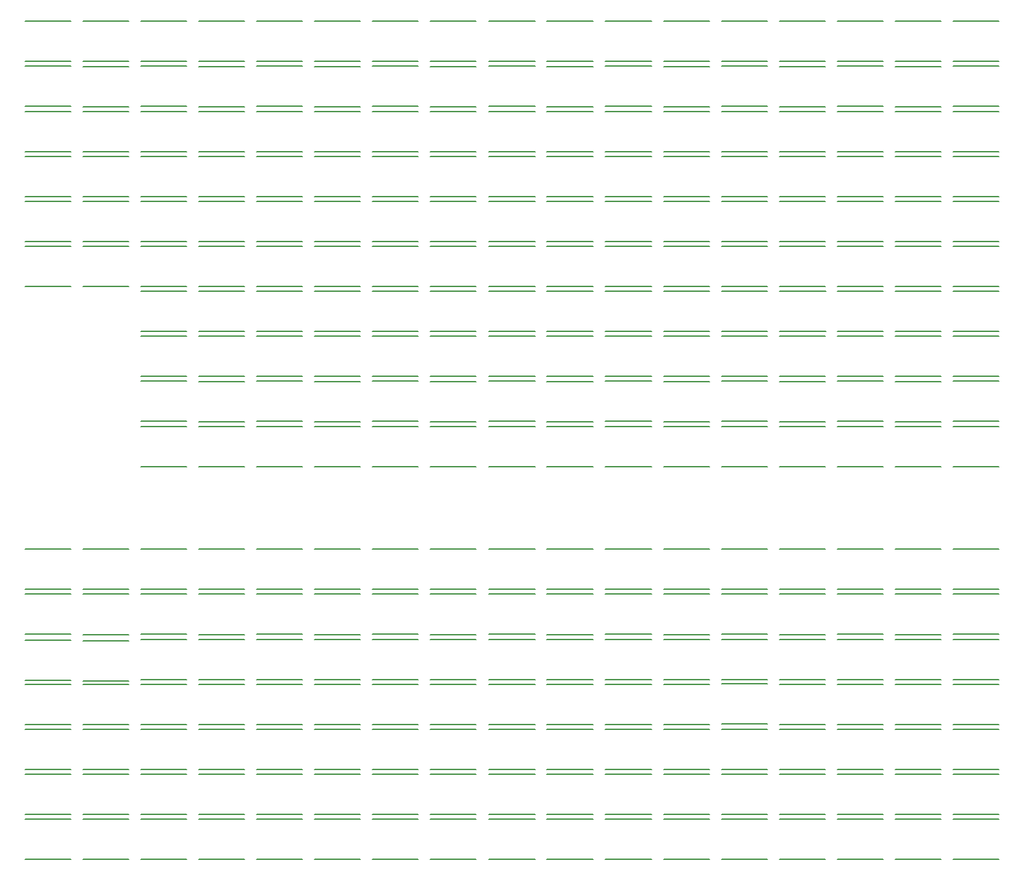
<source format=gbr>
G04 #@! TF.GenerationSoftware,KiCad,Pcbnew,(5.0.0)*
G04 #@! TF.CreationDate,2019-06-02T07:24:35-07:00*
G04 #@! TF.ProjectId,SSB Cap Board C1 - Rev2,5353422043617020426F617264204331,rev?*
G04 #@! TF.SameCoordinates,Original*
G04 #@! TF.FileFunction,Legend,Bot*
G04 #@! TF.FilePolarity,Positive*
%FSLAX46Y46*%
G04 Gerber Fmt 4.6, Leading zero omitted, Abs format (unit mm)*
G04 Created by KiCad (PCBNEW (5.0.0)) date 06/02/19 07:24:35*
%MOMM*%
%LPD*%
G01*
G04 APERTURE LIST*
%ADD10C,0.150000*%
G04 APERTURE END LIST*
D10*
G04 #@! TO.C,C452*
X4805000Y1595000D02*
X10505000Y1595000D01*
X4805000Y6595000D02*
X10505000Y6595000D01*
G04 #@! TO.C,C453*
X-9695000Y6595000D02*
X-3995000Y6595000D01*
X-9695000Y1595000D02*
X-3995000Y1595000D01*
G04 #@! TO.C,C454*
X17795000Y6605000D02*
X12095000Y6605000D01*
X17795000Y1605000D02*
X12095000Y1605000D01*
G04 #@! TO.C,C456*
X3295000Y6605000D02*
X-2405000Y6605000D01*
X3295000Y1605000D02*
X-2405000Y1605000D01*
G04 #@! TO.C,C446*
X60995000Y6605000D02*
X55295000Y6605000D01*
X60995000Y1605000D02*
X55295000Y1605000D01*
G04 #@! TO.C,C449*
X60995000Y7205000D02*
X55295000Y7205000D01*
X60995000Y12205000D02*
X55295000Y12205000D01*
G04 #@! TO.C,C451*
X60995000Y12805000D02*
X55295000Y12805000D01*
X60995000Y17805000D02*
X55295000Y17805000D01*
G04 #@! TO.C,C438*
X60995000Y23405000D02*
X55295000Y23405000D01*
X60995000Y18405000D02*
X55295000Y18405000D01*
G04 #@! TO.C,C410*
X3295000Y17805000D02*
X-2405000Y17805000D01*
X3295000Y12805000D02*
X-2405000Y12805000D01*
G04 #@! TO.C,C424*
X60995000Y35205000D02*
X55295000Y35205000D01*
X60995000Y40205000D02*
X55295000Y40205000D01*
G04 #@! TO.C,C411*
X60995000Y29005000D02*
X55295000Y29005000D01*
X60995000Y24005000D02*
X55295000Y24005000D01*
G04 #@! TO.C,C412*
X48105000Y17795000D02*
X53805000Y17795000D01*
X48105000Y12795000D02*
X53805000Y12795000D01*
G04 #@! TO.C,C413*
X4805000Y12795000D02*
X10505000Y12795000D01*
X4805000Y17795000D02*
X10505000Y17795000D01*
G04 #@! TO.C,C414*
X60995000Y50505000D02*
X55295000Y50505000D01*
X60995000Y55505000D02*
X55295000Y55505000D01*
G04 #@! TO.C,C415*
X60995000Y34605000D02*
X55295000Y34605000D01*
X60995000Y29605000D02*
X55295000Y29605000D01*
G04 #@! TO.C,C416*
X46595000Y12805000D02*
X40895000Y12805000D01*
X46595000Y17805000D02*
X40895000Y17805000D01*
G04 #@! TO.C,C417*
X17795000Y17805000D02*
X12095000Y17805000D01*
X17795000Y12805000D02*
X12095000Y12805000D01*
G04 #@! TO.C,C418*
X60995000Y56105000D02*
X55295000Y56105000D01*
X60995000Y61105000D02*
X55295000Y61105000D01*
G04 #@! TO.C,C419*
X60995000Y83505000D02*
X55295000Y83505000D01*
X60995000Y78505000D02*
X55295000Y78505000D01*
G04 #@! TO.C,C420*
X33705000Y17795000D02*
X39405000Y17795000D01*
X33705000Y12795000D02*
X39405000Y12795000D01*
G04 #@! TO.C,C421*
X32195000Y17805000D02*
X26495000Y17805000D01*
X32195000Y12805000D02*
X26495000Y12805000D01*
G04 #@! TO.C,C423*
X60995000Y61705000D02*
X55295000Y61705000D01*
X60995000Y66705000D02*
X55295000Y66705000D01*
G04 #@! TO.C,C426*
X60995000Y84105000D02*
X55295000Y84105000D01*
X60995000Y89105000D02*
X55295000Y89105000D01*
G04 #@! TO.C,C427*
X19305000Y12795000D02*
X25005000Y12795000D01*
X19305000Y17795000D02*
X25005000Y17795000D01*
G04 #@! TO.C,C428*
X60995000Y67305000D02*
X55295000Y67305000D01*
X60995000Y72305000D02*
X55295000Y72305000D01*
G04 #@! TO.C,C429*
X60995000Y94705000D02*
X55295000Y94705000D01*
X60995000Y89705000D02*
X55295000Y89705000D01*
G04 #@! TO.C,C432*
X60995000Y72905000D02*
X55295000Y72905000D01*
X60995000Y77905000D02*
X55295000Y77905000D01*
G04 #@! TO.C,C433*
X60995000Y100305000D02*
X55295000Y100305000D01*
X60995000Y95305000D02*
X55295000Y95305000D01*
G04 #@! TO.C,C405*
X60995000Y100905000D02*
X55295000Y100905000D01*
X60995000Y105905000D02*
X55295000Y105905000D01*
G04 #@! TO.C,C195*
X-40005000Y29605000D02*
X-45705000Y29605000D01*
X-40005000Y34605000D02*
X-45705000Y34605000D01*
G04 #@! TO.C,C369*
X3295000Y40205000D02*
X-2405000Y40205000D01*
X3295000Y35205000D02*
X-2405000Y35205000D01*
G04 #@! TO.C,C194*
X48105000Y89695000D02*
X53805000Y89695000D01*
X48105000Y94695000D02*
X53805000Y94695000D01*
G04 #@! TO.C,C193*
X48105000Y100295000D02*
X53805000Y100295000D01*
X48105000Y95295000D02*
X53805000Y95295000D01*
G04 #@! TO.C,C196*
X48105000Y105895000D02*
X53805000Y105895000D01*
X48105000Y100895000D02*
X53805000Y100895000D01*
G04 #@! TO.C,C197*
X-11205000Y29605000D02*
X-16905000Y29605000D01*
X-11205000Y34605000D02*
X-16905000Y34605000D01*
G04 #@! TO.C,C198*
X-38495000Y29595000D02*
X-32795000Y29595000D01*
X-38495000Y34595000D02*
X-32795000Y34595000D01*
G04 #@! TO.C,C199*
X48105000Y7195000D02*
X53805000Y7195000D01*
X48105000Y12195000D02*
X53805000Y12195000D01*
G04 #@! TO.C,C200*
X48105000Y34595000D02*
X53805000Y34595000D01*
X48105000Y29595000D02*
X53805000Y29595000D01*
G04 #@! TO.C,C191*
X-25605000Y29605000D02*
X-31305000Y29605000D01*
X-25605000Y34605000D02*
X-31305000Y34605000D01*
G04 #@! TO.C,C192*
X19305000Y34595000D02*
X25005000Y34595000D01*
X19305000Y29595000D02*
X25005000Y29595000D01*
G04 #@! TO.C,C394*
X-52895000Y29595000D02*
X-47195000Y29595000D01*
X-52895000Y34595000D02*
X-47195000Y34595000D01*
G04 #@! TO.C,C391*
X33705000Y23395000D02*
X39405000Y23395000D01*
X33705000Y18395000D02*
X39405000Y18395000D01*
G04 #@! TO.C,C393*
X-52895000Y23795000D02*
X-47195000Y23795000D01*
X-52895000Y28795000D02*
X-47195000Y28795000D01*
G04 #@! TO.C,C395*
X32195000Y18442000D02*
X26495000Y18442000D01*
X32195000Y23442000D02*
X26495000Y23442000D01*
G04 #@! TO.C,C396*
X-9695000Y34595000D02*
X-3995000Y34595000D01*
X-9695000Y29595000D02*
X-3995000Y29595000D01*
G04 #@! TO.C,C397*
X46595000Y29605000D02*
X40895000Y29605000D01*
X46595000Y34605000D02*
X40895000Y34605000D01*
G04 #@! TO.C,C398*
X3295000Y29605000D02*
X-2405000Y29605000D01*
X3295000Y34605000D02*
X-2405000Y34605000D01*
G04 #@! TO.C,C399*
X-52895000Y40195000D02*
X-47195000Y40195000D01*
X-52895000Y35195000D02*
X-47195000Y35195000D01*
G04 #@! TO.C,C400*
X32195000Y34605000D02*
X26495000Y34605000D01*
X32195000Y29605000D02*
X26495000Y29605000D01*
G04 #@! TO.C,C401*
X4805000Y34595000D02*
X10505000Y34595000D01*
X4805000Y29595000D02*
X10505000Y29595000D01*
G04 #@! TO.C,C402*
X17795000Y34605000D02*
X12095000Y34605000D01*
X17795000Y29605000D02*
X12095000Y29605000D01*
G04 #@! TO.C,C403*
X33705000Y34595000D02*
X39405000Y34595000D01*
X33705000Y29595000D02*
X39405000Y29595000D01*
G04 #@! TO.C,C404*
X-24095000Y34595000D02*
X-18395000Y34595000D01*
X-24095000Y29595000D02*
X-18395000Y29595000D01*
G04 #@! TO.C,C392*
X48105000Y23395000D02*
X53805000Y23395000D01*
X48105000Y18395000D02*
X53805000Y18395000D01*
G04 #@! TO.C,C342*
X32195000Y67305000D02*
X26495000Y67305000D01*
X32195000Y72305000D02*
X26495000Y72305000D01*
G04 #@! TO.C,C341*
X19305000Y12195000D02*
X25005000Y12195000D01*
X19305000Y7195000D02*
X25005000Y7195000D01*
G04 #@! TO.C,C339*
X33765000Y72295000D02*
X39465000Y72295000D01*
X33765000Y67295000D02*
X39465000Y67295000D01*
G04 #@! TO.C,C338*
X46595000Y12205000D02*
X40895000Y12205000D01*
X46595000Y7205000D02*
X40895000Y7205000D01*
G04 #@! TO.C,C337*
X-11205000Y17805000D02*
X-16905000Y17805000D01*
X-11205000Y12805000D02*
X-16905000Y12805000D01*
G04 #@! TO.C,C336*
X33705000Y94695000D02*
X39405000Y94695000D01*
X33705000Y89695000D02*
X39405000Y89695000D01*
G04 #@! TO.C,C335*
X19305000Y72295000D02*
X25005000Y72295000D01*
X19305000Y67295000D02*
X25005000Y67295000D01*
G04 #@! TO.C,C334*
X19305000Y105895000D02*
X25005000Y105895000D01*
X19305000Y100895000D02*
X25005000Y100895000D01*
G04 #@! TO.C,C376*
X33705000Y66695000D02*
X39405000Y66695000D01*
X33705000Y61695000D02*
X39405000Y61695000D01*
G04 #@! TO.C,C328*
X-54405000Y17805000D02*
X-60105000Y17805000D01*
X-54405000Y12805000D02*
X-60105000Y12805000D01*
G04 #@! TO.C,C327*
X-52895000Y95295000D02*
X-47195000Y95295000D01*
X-52895000Y100295000D02*
X-47195000Y100295000D01*
G04 #@! TO.C,C326*
X-9695000Y12795000D02*
X-3995000Y12795000D01*
X-9695000Y17795000D02*
X-3995000Y17795000D01*
G04 #@! TO.C,C325*
X19305000Y66695000D02*
X25005000Y66695000D01*
X19305000Y61695000D02*
X25005000Y61695000D01*
G04 #@! TO.C,C324*
X19305000Y100295000D02*
X25005000Y100295000D01*
X19305000Y95295000D02*
X25005000Y95295000D01*
G04 #@! TO.C,C323*
X32195000Y12205000D02*
X26495000Y12205000D01*
X32195000Y7205000D02*
X26495000Y7205000D01*
G04 #@! TO.C,C322*
X46595000Y56105000D02*
X40895000Y56105000D01*
X46595000Y61105000D02*
X40895000Y61105000D01*
G04 #@! TO.C,C321*
X33705000Y61095000D02*
X39405000Y61095000D01*
X33705000Y56095000D02*
X39405000Y56095000D01*
G04 #@! TO.C,C320*
X17795000Y23405000D02*
X12095000Y23405000D01*
X17795000Y18405000D02*
X12095000Y18405000D01*
G04 #@! TO.C,C319*
X-52895000Y89695000D02*
X-47195000Y89695000D01*
X-52895000Y94695000D02*
X-47195000Y94695000D01*
G04 #@! TO.C,C318*
X46595000Y77905000D02*
X40895000Y77905000D01*
X46595000Y72905000D02*
X40895000Y72905000D01*
G04 #@! TO.C,C317*
X33705000Y83495000D02*
X39405000Y83495000D01*
X33705000Y78495000D02*
X39405000Y78495000D01*
G04 #@! TO.C,C316*
X19305000Y61095000D02*
X25005000Y61095000D01*
X19305000Y56095000D02*
X25005000Y56095000D01*
G04 #@! TO.C,C331*
X19305000Y94695000D02*
X25005000Y94695000D01*
X19305000Y89695000D02*
X25005000Y89695000D01*
G04 #@! TO.C,C330*
X46595000Y50505000D02*
X40895000Y50505000D01*
X46595000Y55505000D02*
X40895000Y55505000D01*
G04 #@! TO.C,C329*
X-24095000Y100895000D02*
X-18395000Y100895000D01*
X-24095000Y105895000D02*
X-18395000Y105895000D01*
G04 #@! TO.C,C374*
X33705000Y55495000D02*
X39405000Y55495000D01*
X33705000Y50495000D02*
X39405000Y50495000D01*
G04 #@! TO.C,C373*
X3295000Y23405000D02*
X-2405000Y23405000D01*
X3295000Y18405000D02*
X-2405000Y18405000D01*
G04 #@! TO.C,C372*
X-52895000Y84095000D02*
X-47195000Y84095000D01*
X-52895000Y89095000D02*
X-47195000Y89095000D01*
G04 #@! TO.C,C371*
X4805000Y89695000D02*
X10505000Y89695000D01*
X4805000Y94695000D02*
X10505000Y94695000D01*
G04 #@! TO.C,C370*
X19305000Y40195000D02*
X25005000Y40195000D01*
X19305000Y35195000D02*
X25005000Y35195000D01*
G04 #@! TO.C,C368*
X-9695000Y100895000D02*
X-3995000Y100895000D01*
X-9695000Y105895000D02*
X-3995000Y105895000D01*
G04 #@! TO.C,C367*
X19305000Y55495000D02*
X25005000Y55495000D01*
X19305000Y50495000D02*
X25005000Y50495000D01*
G04 #@! TO.C,C366*
X19305000Y89095000D02*
X25005000Y89095000D01*
X19305000Y84095000D02*
X25005000Y84095000D01*
G04 #@! TO.C,C365*
X32195000Y35205000D02*
X26495000Y35205000D01*
X32195000Y40205000D02*
X26495000Y40205000D01*
G04 #@! TO.C,C364*
X-24095000Y95295000D02*
X-18395000Y95295000D01*
X-24095000Y100295000D02*
X-18395000Y100295000D01*
G04 #@! TO.C,C346*
X-11205000Y23405000D02*
X-16905000Y23405000D01*
X-11205000Y18405000D02*
X-16905000Y18405000D01*
G04 #@! TO.C,C344*
X-52895000Y78495000D02*
X-47195000Y78495000D01*
X-52895000Y83495000D02*
X-47195000Y83495000D01*
G04 #@! TO.C,C359*
X4805000Y84095000D02*
X10505000Y84095000D01*
X4805000Y89095000D02*
X10505000Y89095000D01*
G04 #@! TO.C,C358*
X3295000Y55505000D02*
X-2405000Y55505000D01*
X3295000Y50505000D02*
X-2405000Y50505000D01*
G04 #@! TO.C,C357*
X-9695000Y95295000D02*
X-3995000Y95295000D01*
X-9695000Y100295000D02*
X-3995000Y100295000D01*
G04 #@! TO.C,C356*
X33705000Y77895000D02*
X39405000Y77895000D01*
X33705000Y72895000D02*
X39405000Y72895000D01*
G04 #@! TO.C,C355*
X32195000Y78505000D02*
X26495000Y78505000D01*
X32195000Y83505000D02*
X26495000Y83505000D01*
G04 #@! TO.C,C354*
X19305000Y83495000D02*
X25005000Y83495000D01*
X19305000Y78495000D02*
X25005000Y78495000D01*
G04 #@! TO.C,C353*
X32195000Y50505000D02*
X26495000Y50505000D01*
X32195000Y55505000D02*
X26495000Y55505000D01*
G04 #@! TO.C,C352*
X-24095000Y89695000D02*
X-18395000Y89695000D01*
X-24095000Y94695000D02*
X-18395000Y94695000D01*
G04 #@! TO.C,C351*
X33705000Y40195000D02*
X39405000Y40195000D01*
X33705000Y35195000D02*
X39405000Y35195000D01*
G04 #@! TO.C,C350*
X-25605000Y23405000D02*
X-31305000Y23405000D01*
X-25605000Y18405000D02*
X-31305000Y18405000D01*
G04 #@! TO.C,C349*
X-52895000Y72895000D02*
X-47195000Y72895000D01*
X-52895000Y77895000D02*
X-47195000Y77895000D01*
G04 #@! TO.C,C348*
X4805000Y78495000D02*
X10505000Y78495000D01*
X4805000Y83495000D02*
X10505000Y83495000D01*
G04 #@! TO.C,C347*
X3295000Y61105000D02*
X-2405000Y61105000D01*
X3295000Y56105000D02*
X-2405000Y56105000D01*
G04 #@! TO.C,C362*
X-9695000Y89695000D02*
X-3995000Y89695000D01*
X-9695000Y94695000D02*
X-3995000Y94695000D01*
G04 #@! TO.C,C361*
X-11205000Y40205000D02*
X-16905000Y40205000D01*
X-11205000Y35205000D02*
X-16905000Y35205000D01*
G04 #@! TO.C,C360*
X33705000Y12195000D02*
X39405000Y12195000D01*
X33705000Y7195000D02*
X39405000Y7195000D01*
G04 #@! TO.C,C279*
X-54405000Y105905000D02*
X-60105000Y105905000D01*
X-54405000Y100905000D02*
X-60105000Y100905000D01*
G04 #@! TO.C,C278*
X4805000Y72895000D02*
X10505000Y72895000D01*
X4805000Y77895000D02*
X10505000Y77895000D01*
G04 #@! TO.C,C277*
X-9695000Y78495000D02*
X-3995000Y78495000D01*
X-9695000Y83495000D02*
X-3995000Y83495000D01*
G04 #@! TO.C,C276*
X4805000Y100895000D02*
X10505000Y100895000D01*
X4805000Y105895000D02*
X10505000Y105895000D01*
G04 #@! TO.C,C274*
X46595000Y89105000D02*
X40895000Y89105000D01*
X46595000Y84105000D02*
X40895000Y84105000D01*
G04 #@! TO.C,C272*
X19305000Y18395000D02*
X25005000Y18395000D01*
X19305000Y23395000D02*
X25005000Y23395000D01*
G04 #@! TO.C,C271*
X4805000Y56095000D02*
X10505000Y56095000D01*
X4805000Y61095000D02*
X10505000Y61095000D01*
G04 #@! TO.C,C270*
X3295000Y83505000D02*
X-2405000Y83505000D01*
X3295000Y78505000D02*
X-2405000Y78505000D01*
G04 #@! TO.C,C269*
X-9695000Y67295000D02*
X-3995000Y67295000D01*
X-9695000Y72295000D02*
X-3995000Y72295000D01*
G04 #@! TO.C,C315*
X-11205000Y72305000D02*
X-16905000Y72305000D01*
X-11205000Y67305000D02*
X-16905000Y67305000D01*
G04 #@! TO.C,C267*
X-52895000Y100895000D02*
X-47195000Y100895000D01*
X-52895000Y105895000D02*
X-47195000Y105895000D01*
G04 #@! TO.C,C312*
X3295000Y105905000D02*
X-2405000Y105905000D01*
X3295000Y100905000D02*
X-2405000Y100905000D01*
G04 #@! TO.C,C263*
X-11205000Y83505000D02*
X-16905000Y83505000D01*
X-11205000Y78505000D02*
X-16905000Y78505000D01*
G04 #@! TO.C,C256*
X46595000Y72305000D02*
X40895000Y72305000D01*
X46595000Y67305000D02*
X40895000Y67305000D01*
G04 #@! TO.C,C255*
X-24095000Y12795000D02*
X-18395000Y12795000D01*
X-24095000Y17795000D02*
X-18395000Y17795000D01*
G04 #@! TO.C,C254*
X3295000Y100305000D02*
X-2405000Y100305000D01*
X3295000Y95305000D02*
X-2405000Y95305000D01*
G04 #@! TO.C,C253*
X-9695000Y50495000D02*
X-3995000Y50495000D01*
X-9695000Y55495000D02*
X-3995000Y55495000D01*
G04 #@! TO.C,C268*
X-11205000Y89105000D02*
X-16905000Y89105000D01*
X-11205000Y84105000D02*
X-16905000Y84105000D01*
G04 #@! TO.C,C266*
X19305000Y23995000D02*
X25005000Y23995000D01*
X19305000Y28995000D02*
X25005000Y28995000D01*
G04 #@! TO.C,C307*
X-9695000Y7195000D02*
X-3995000Y7195000D01*
X-9695000Y12195000D02*
X-3995000Y12195000D01*
G04 #@! TO.C,C306*
X-9695000Y35195000D02*
X-3995000Y35195000D01*
X-9695000Y40195000D02*
X-3995000Y40195000D01*
G04 #@! TO.C,C305*
X-11205000Y94705000D02*
X-16905000Y94705000D01*
X-11205000Y89705000D02*
X-16905000Y89705000D01*
G04 #@! TO.C,C303*
X-24095000Y1595000D02*
X-18395000Y1595000D01*
X-24095000Y6595000D02*
X-18395000Y6595000D01*
G04 #@! TO.C,C301*
X32195000Y29005000D02*
X26495000Y29005000D01*
X32195000Y24005000D02*
X26495000Y24005000D01*
G04 #@! TO.C,C297*
X46595000Y83505000D02*
X40895000Y83505000D01*
X46595000Y78505000D02*
X40895000Y78505000D01*
G04 #@! TO.C,C280*
X-11205000Y100305000D02*
X-16905000Y100305000D01*
X-11205000Y95305000D02*
X-16905000Y95305000D01*
G04 #@! TO.C,C293*
X46595000Y29005000D02*
X40895000Y29005000D01*
X46595000Y24005000D02*
X40895000Y24005000D01*
G04 #@! TO.C,C290*
X4805000Y95295000D02*
X10505000Y95295000D01*
X4805000Y100295000D02*
X10505000Y100295000D01*
G04 #@! TO.C,C288*
X-11205000Y105905000D02*
X-16905000Y105905000D01*
X-11205000Y100905000D02*
X-16905000Y100905000D01*
G04 #@! TO.C,C281*
X-38495000Y12795000D02*
X-32795000Y12795000D01*
X-38495000Y17795000D02*
X-32795000Y17795000D01*
G04 #@! TO.C,C296*
X19305000Y1595000D02*
X25005000Y1595000D01*
X19305000Y6595000D02*
X25005000Y6595000D01*
G04 #@! TO.C,C375*
X-52895000Y12795000D02*
X-47195000Y12795000D01*
X-52895000Y17795000D02*
X-47195000Y17795000D01*
G04 #@! TO.C,C389*
X46595000Y6605000D02*
X40895000Y6605000D01*
X46595000Y1605000D02*
X40895000Y1605000D01*
G04 #@! TO.C,C387*
X-54405000Y34605000D02*
X-60105000Y34605000D01*
X-54405000Y29605000D02*
X-60105000Y29605000D01*
G04 #@! TO.C,C386*
X-54405000Y28905000D02*
X-60105000Y28905000D01*
X-54405000Y23905000D02*
X-60105000Y23905000D01*
G04 #@! TO.C,C382*
X-54405000Y40205000D02*
X-60105000Y40205000D01*
X-54405000Y35205000D02*
X-60105000Y35205000D01*
G04 #@! TO.C,C378*
X-40005000Y17805000D02*
X-45705000Y17805000D01*
X-40005000Y12805000D02*
X-45705000Y12805000D01*
G04 #@! TO.C,C91*
X-40005000Y29005000D02*
X-45705000Y29005000D01*
X-40005000Y24005000D02*
X-45705000Y24005000D01*
G04 #@! TO.C,C89*
X-24095000Y23995000D02*
X-18395000Y23995000D01*
X-24095000Y28995000D02*
X-18395000Y28995000D01*
G04 #@! TO.C,C69*
X17795000Y89105000D02*
X12095000Y89105000D01*
X17795000Y84105000D02*
X12095000Y84105000D01*
G04 #@! TO.C,C68*
X48105000Y84095000D02*
X53805000Y84095000D01*
X48105000Y89095000D02*
X53805000Y89095000D01*
G04 #@! TO.C,C67*
X46595000Y89705000D02*
X40895000Y89705000D01*
X46595000Y94705000D02*
X40895000Y94705000D01*
G04 #@! TO.C,C66*
X-24095000Y66695000D02*
X-18395000Y66695000D01*
X-24095000Y61695000D02*
X-18395000Y61695000D01*
G04 #@! TO.C,C65*
X17795000Y40205000D02*
X12095000Y40205000D01*
X17795000Y35205000D02*
X12095000Y35205000D01*
G04 #@! TO.C,C252*
X48105000Y56095000D02*
X53805000Y56095000D01*
X48105000Y61095000D02*
X53805000Y61095000D01*
G04 #@! TO.C,C79*
X-25605000Y40205000D02*
X-31305000Y40205000D01*
X-25605000Y35205000D02*
X-31305000Y35205000D01*
G04 #@! TO.C,C124*
X-40005000Y40205000D02*
X-45705000Y40205000D01*
X-40005000Y35205000D02*
X-45705000Y35205000D01*
G04 #@! TO.C,C123*
X-38495000Y89695000D02*
X-32795000Y89695000D01*
X-38495000Y94695000D02*
X-32795000Y94695000D01*
G04 #@! TO.C,C122*
X46595000Y66705000D02*
X40895000Y66705000D01*
X46595000Y61705000D02*
X40895000Y61705000D01*
G04 #@! TO.C,C121*
X17795000Y105915470D02*
X12095000Y105915470D01*
X17795000Y100915470D02*
X12095000Y100915470D01*
G04 #@! TO.C,C120*
X-40005000Y6605000D02*
X-45705000Y6605000D01*
X-40005000Y1605000D02*
X-45705000Y1605000D01*
G04 #@! TO.C,C118*
X-54405000Y23405000D02*
X-60105000Y23405000D01*
X-54405000Y18405000D02*
X-60105000Y18405000D01*
G04 #@! TO.C,C117*
X-25605000Y94705000D02*
X-31305000Y94705000D01*
X-25605000Y89705000D02*
X-31305000Y89705000D01*
G04 #@! TO.C,C116*
X-25605000Y55505000D02*
X-31305000Y55505000D01*
X-25605000Y50505000D02*
X-31305000Y50505000D01*
G04 #@! TO.C,C115*
X-40005000Y55505000D02*
X-45705000Y55505000D01*
X-40005000Y50505000D02*
X-45705000Y50505000D01*
G04 #@! TO.C,C114*
X-38495000Y84095000D02*
X-32795000Y84095000D01*
X-38495000Y89095000D02*
X-32795000Y89095000D01*
G04 #@! TO.C,C112*
X-25605000Y83505000D02*
X-31305000Y83505000D01*
X-25605000Y78505000D02*
X-31305000Y78505000D01*
G04 #@! TO.C,C111*
X-40005000Y83505000D02*
X-45705000Y83505000D01*
X-40005000Y78505000D02*
X-45705000Y78505000D01*
G04 #@! TO.C,C159*
X-38495000Y56095000D02*
X-32795000Y56095000D01*
X-38495000Y61095000D02*
X-32795000Y61095000D01*
G04 #@! TO.C,C109*
X17795000Y77905000D02*
X12095000Y77905000D01*
X17795000Y72905000D02*
X12095000Y72905000D01*
G04 #@! TO.C,C107*
X-24095000Y61095000D02*
X-18395000Y61095000D01*
X-24095000Y56095000D02*
X-18395000Y56095000D01*
G04 #@! TO.C,C104*
X-24095000Y40195000D02*
X-18395000Y40195000D01*
X-24095000Y35195000D02*
X-18395000Y35195000D01*
G04 #@! TO.C,C103*
X-25605000Y105905000D02*
X-31305000Y105905000D01*
X-25605000Y100905000D02*
X-31305000Y100905000D01*
G04 #@! TO.C,C102*
X-25605000Y66705000D02*
X-31305000Y66705000D01*
X-25605000Y61705000D02*
X-31305000Y61705000D01*
G04 #@! TO.C,C101*
X-40005000Y66705000D02*
X-45705000Y66705000D01*
X-40005000Y61705000D02*
X-45705000Y61705000D01*
G04 #@! TO.C,C100*
X-38495000Y72895000D02*
X-32795000Y72895000D01*
X-38495000Y77895000D02*
X-32795000Y77895000D01*
G04 #@! TO.C,C99*
X17795000Y61105000D02*
X12095000Y61105000D01*
X17795000Y56105000D02*
X12095000Y56105000D01*
G04 #@! TO.C,C98*
X-40005000Y105905000D02*
X-45705000Y105905000D01*
X-40005000Y100905000D02*
X-45705000Y100905000D01*
G04 #@! TO.C,C97*
X-38495000Y1595000D02*
X-32795000Y1595000D01*
X-38495000Y6595000D02*
X-32795000Y6595000D01*
G04 #@! TO.C,C95*
X46595000Y23405000D02*
X40895000Y23405000D01*
X46595000Y18405000D02*
X40895000Y18405000D01*
G04 #@! TO.C,C110*
X-25605000Y6605000D02*
X-31305000Y6605000D01*
X-25605000Y1605000D02*
X-31305000Y1605000D01*
G04 #@! TO.C,C29*
X-11205000Y12205000D02*
X-16905000Y12205000D01*
X-11205000Y7205000D02*
X-16905000Y7205000D01*
G04 #@! TO.C,C28*
X-24095000Y72295000D02*
X-18395000Y72295000D01*
X-24095000Y67295000D02*
X-18395000Y67295000D01*
G04 #@! TO.C,C27*
X-38495000Y105895000D02*
X-32795000Y105895000D01*
X-38495000Y100895000D02*
X-32795000Y100895000D01*
G04 #@! TO.C,C26*
X46595000Y100305000D02*
X40895000Y100305000D01*
X46595000Y95305000D02*
X40895000Y95305000D01*
G04 #@! TO.C,C25*
X48105000Y50495000D02*
X53805000Y50495000D01*
X48105000Y55495000D02*
X53805000Y55495000D01*
G04 #@! TO.C,C24*
X-38495000Y95295000D02*
X-32795000Y95295000D01*
X-38495000Y100295000D02*
X-32795000Y100295000D01*
G04 #@! TO.C,C23*
X-11205000Y6605000D02*
X-16905000Y6605000D01*
X-11205000Y1605000D02*
X-16905000Y1605000D01*
G04 #@! TO.C,C22*
X-38495000Y18395000D02*
X-32795000Y18395000D01*
X-38495000Y23395000D02*
X-32795000Y23395000D01*
G04 #@! TO.C,C21*
X3295000Y12205000D02*
X-2405000Y12205000D01*
X3295000Y7205000D02*
X-2405000Y7205000D01*
G04 #@! TO.C,C20*
X-40005000Y72305000D02*
X-45705000Y72305000D01*
X-40005000Y67305000D02*
X-45705000Y67305000D01*
G04 #@! TO.C,C19*
X-38495000Y67295000D02*
X-32795000Y67295000D01*
X-38495000Y72295000D02*
X-32795000Y72295000D01*
G04 #@! TO.C,C18*
X17795000Y66705000D02*
X12095000Y66705000D01*
X17795000Y61705000D02*
X12095000Y61705000D01*
G04 #@! TO.C,C64*
X-40005000Y12205000D02*
X-45705000Y12205000D01*
X-40005000Y7205000D02*
X-45705000Y7205000D01*
G04 #@! TO.C,C16*
X-40005000Y23405000D02*
X-45705000Y23405000D01*
X-40005000Y18405000D02*
X-45705000Y18405000D01*
G04 #@! TO.C,C2*
X-38495000Y23995000D02*
X-32795000Y23995000D01*
X-38495000Y28995000D02*
X-32795000Y28995000D01*
G04 #@! TO.C,C5*
X-24095000Y7195000D02*
X-18395000Y7195000D01*
X-24095000Y12195000D02*
X-18395000Y12195000D01*
G04 #@! TO.C,C6*
X-25605000Y77905000D02*
X-31305000Y77905000D01*
X-25605000Y72905000D02*
X-31305000Y72905000D01*
G04 #@! TO.C,C7*
X-40005000Y77905000D02*
X-45705000Y77905000D01*
X-40005000Y72905000D02*
X-45705000Y72905000D01*
G04 #@! TO.C,C8*
X-38495000Y61695000D02*
X-32795000Y61695000D01*
X-38495000Y66695000D02*
X-32795000Y66695000D01*
G04 #@! TO.C,C9*
X17795000Y72305000D02*
X12095000Y72305000D01*
X17795000Y67305000D02*
X12095000Y67305000D01*
G04 #@! TO.C,C10*
X33705000Y1595000D02*
X39405000Y1595000D01*
X33705000Y6595000D02*
X39405000Y6595000D01*
G04 #@! TO.C,C11*
X-52895000Y18395000D02*
X-47195000Y18395000D01*
X-52895000Y23395000D02*
X-47195000Y23395000D01*
G04 #@! TO.C,C17*
X32195000Y84105000D02*
X26495000Y84105000D01*
X32195000Y89105000D02*
X26495000Y89105000D01*
G04 #@! TO.C,C58*
X-25605000Y89105000D02*
X-31305000Y89105000D01*
X-25605000Y84105000D02*
X-31305000Y84105000D01*
G04 #@! TO.C,C57*
X-38495000Y35195000D02*
X-32795000Y35195000D01*
X-38495000Y40195000D02*
X-32795000Y40195000D01*
G04 #@! TO.C,C56*
X-40005000Y89105000D02*
X-45705000Y89105000D01*
X-40005000Y84105000D02*
X-45705000Y84105000D01*
G04 #@! TO.C,C55*
X-38495000Y50495000D02*
X-32795000Y50495000D01*
X-38495000Y55495000D02*
X-32795000Y55495000D01*
G04 #@! TO.C,C54*
X17795000Y83505000D02*
X12095000Y83505000D01*
X17795000Y78505000D02*
X12095000Y78505000D01*
G04 #@! TO.C,C53*
X33705000Y23995000D02*
X39405000Y23995000D01*
X33705000Y28995000D02*
X39405000Y28995000D01*
G04 #@! TO.C,C52*
X-25605000Y12205000D02*
X-31305000Y12205000D01*
X-25605000Y7205000D02*
X-31305000Y7205000D01*
G04 #@! TO.C,C47*
X4805000Y23995000D02*
X10505000Y23995000D01*
X4805000Y28995000D02*
X10505000Y28995000D01*
G04 #@! TO.C,C30*
X-40005000Y94705000D02*
X-45705000Y94705000D01*
X-40005000Y89705000D02*
X-45705000Y89705000D01*
G04 #@! TO.C,C43*
X48105000Y72895000D02*
X53805000Y72895000D01*
X48105000Y77895000D02*
X53805000Y77895000D01*
G04 #@! TO.C,C42*
X-25605000Y72305000D02*
X-31305000Y72305000D01*
X-25605000Y67305000D02*
X-31305000Y67305000D01*
G04 #@! TO.C,C41*
X48105000Y23995000D02*
X53805000Y23995000D01*
X48105000Y28995000D02*
X53805000Y28995000D01*
G04 #@! TO.C,C218*
X-9695000Y56095000D02*
X-3995000Y56095000D01*
X-9695000Y61095000D02*
X-3995000Y61095000D01*
G04 #@! TO.C,C217*
X3295000Y94705000D02*
X-2405000Y94705000D01*
X3295000Y89705000D02*
X-2405000Y89705000D01*
G04 #@! TO.C,C216*
X4805000Y35195000D02*
X10505000Y35195000D01*
X4805000Y40195000D02*
X10505000Y40195000D01*
G04 #@! TO.C,C214*
X48105000Y35195000D02*
X53805000Y35195000D01*
X48105000Y40195000D02*
X53805000Y40195000D01*
G04 #@! TO.C,C211*
X32195000Y6605000D02*
X26495000Y6605000D01*
X32195000Y1605000D02*
X26495000Y1605000D01*
G04 #@! TO.C,C210*
X-38495000Y12195000D02*
X-32795000Y12195000D01*
X-38495000Y7195000D02*
X-32795000Y7195000D01*
G04 #@! TO.C,C208*
X-11205000Y77905000D02*
X-16905000Y77905000D01*
X-11205000Y72905000D02*
X-16905000Y72905000D01*
G04 #@! TO.C,C207*
X-9695000Y61695000D02*
X-3995000Y61695000D01*
X-9695000Y66695000D02*
X-3995000Y66695000D01*
G04 #@! TO.C,C206*
X3295000Y89105000D02*
X-2405000Y89105000D01*
X3295000Y84105000D02*
X-2405000Y84105000D01*
G04 #@! TO.C,C205*
X4805000Y50495000D02*
X10505000Y50495000D01*
X4805000Y55495000D02*
X10505000Y55495000D01*
G04 #@! TO.C,C202*
X-54405000Y100305000D02*
X-60105000Y100305000D01*
X-54405000Y95305000D02*
X-60105000Y95305000D01*
G04 #@! TO.C,C204*
X33705000Y100295000D02*
X39405000Y100295000D01*
X33705000Y95295000D02*
X39405000Y95295000D01*
G04 #@! TO.C,C250*
X-52895000Y7195000D02*
X-47195000Y7195000D01*
X-52895000Y12195000D02*
X-47195000Y12195000D01*
G04 #@! TO.C,C249*
X-11205000Y66705000D02*
X-16905000Y66705000D01*
X-11205000Y61705000D02*
X-16905000Y61705000D01*
G04 #@! TO.C,C248*
X-9695000Y72895000D02*
X-3995000Y72895000D01*
X-9695000Y77895000D02*
X-3995000Y77895000D01*
G04 #@! TO.C,C247*
X3295000Y77905000D02*
X-2405000Y77905000D01*
X3295000Y72905000D02*
X-2405000Y72905000D01*
G04 #@! TO.C,C246*
X4805000Y61695000D02*
X10505000Y61695000D01*
X4805000Y66695000D02*
X10505000Y66695000D01*
G04 #@! TO.C,C245*
X4805000Y18395000D02*
X10505000Y18395000D01*
X4805000Y23395000D02*
X10505000Y23395000D01*
G04 #@! TO.C,C244*
X-54405000Y89105000D02*
X-60105000Y89105000D01*
X-54405000Y84105000D02*
X-60105000Y84105000D01*
G04 #@! TO.C,C242*
X4805000Y7195000D02*
X10505000Y7195000D01*
X4805000Y12195000D02*
X10505000Y12195000D01*
G04 #@! TO.C,C241*
X-24095000Y72895000D02*
X-18395000Y72895000D01*
X-24095000Y77895000D02*
X-18395000Y77895000D01*
G04 #@! TO.C,C240*
X33705000Y105895000D02*
X39405000Y105895000D01*
X33705000Y100895000D02*
X39405000Y100895000D01*
G04 #@! TO.C,C239*
X32195000Y100305000D02*
X26495000Y100305000D01*
X32195000Y95305000D02*
X26495000Y95305000D01*
G04 #@! TO.C,C238*
X-11205000Y61105000D02*
X-16905000Y61105000D01*
X-11205000Y56105000D02*
X-16905000Y56105000D01*
G04 #@! TO.C,C219*
X3295000Y72305000D02*
X-2405000Y72305000D01*
X3295000Y67305000D02*
X-2405000Y67305000D01*
G04 #@! TO.C,C235*
X4805000Y67295000D02*
X10505000Y67295000D01*
X4805000Y72295000D02*
X10505000Y72295000D01*
G04 #@! TO.C,C234*
X-9695000Y18395000D02*
X-3995000Y18395000D01*
X-9695000Y23395000D02*
X-3995000Y23395000D01*
G04 #@! TO.C,C233*
X-54405000Y83505000D02*
X-60105000Y83505000D01*
X-54405000Y78505000D02*
X-60105000Y78505000D01*
G04 #@! TO.C,C232*
X32195000Y105905000D02*
X26495000Y105905000D01*
X32195000Y100905000D02*
X26495000Y100905000D01*
G04 #@! TO.C,C231*
X-24095000Y78495000D02*
X-18395000Y78495000D01*
X-24095000Y83495000D02*
X-18395000Y83495000D01*
G04 #@! TO.C,C230*
X-54405000Y94705000D02*
X-60105000Y94705000D01*
X-54405000Y89705000D02*
X-60105000Y89705000D01*
G04 #@! TO.C,C229*
X32195000Y56105000D02*
X26495000Y56105000D01*
X32195000Y61105000D02*
X26495000Y61105000D01*
G04 #@! TO.C,C228*
X-24095000Y84095000D02*
X-18395000Y84095000D01*
X-24095000Y89095000D02*
X-18395000Y89095000D01*
G04 #@! TO.C,C227*
X46595000Y35205000D02*
X40895000Y35205000D01*
X46595000Y40205000D02*
X40895000Y40205000D01*
G04 #@! TO.C,C226*
X-54405000Y77905000D02*
X-60105000Y77905000D01*
X-54405000Y72905000D02*
X-60105000Y72905000D01*
G04 #@! TO.C,C225*
X-24095000Y18395000D02*
X-18395000Y18395000D01*
X-24095000Y23395000D02*
X-18395000Y23395000D01*
G04 #@! TO.C,C224*
X3295000Y66705000D02*
X-2405000Y66705000D01*
X3295000Y61705000D02*
X-2405000Y61705000D01*
G04 #@! TO.C,C223*
X-9695000Y84095000D02*
X-3995000Y84095000D01*
X-9695000Y89095000D02*
X-3995000Y89095000D01*
G04 #@! TO.C,C222*
X-11205000Y55505000D02*
X-16905000Y55505000D01*
X-11205000Y50505000D02*
X-16905000Y50505000D01*
G04 #@! TO.C,C237*
X-54405000Y12205000D02*
X-60105000Y12205000D01*
X-54405000Y7205000D02*
X-60105000Y7205000D01*
G04 #@! TO.C,C220*
X32195000Y61705000D02*
X26495000Y61705000D01*
X32195000Y66705000D02*
X26495000Y66705000D01*
G04 #@! TO.C,C151*
X46595000Y105905000D02*
X40895000Y105905000D01*
X46595000Y100905000D02*
X40895000Y100905000D01*
G04 #@! TO.C,C150*
X17795000Y100305000D02*
X12095000Y100305000D01*
X17795000Y95305000D02*
X12095000Y95305000D01*
G04 #@! TO.C,C140*
X-9695000Y23995000D02*
X-3995000Y23995000D01*
X-9695000Y28995000D02*
X-3995000Y28995000D01*
G04 #@! TO.C,C132*
X48105000Y78495000D02*
X53805000Y78495000D01*
X48105000Y83495000D02*
X53805000Y83495000D01*
G04 #@! TO.C,C131*
X17795000Y29005000D02*
X12095000Y29005000D01*
X17795000Y24005000D02*
X12095000Y24005000D01*
G04 #@! TO.C,C130*
X17795000Y94705000D02*
X12095000Y94705000D01*
X17795000Y89705000D02*
X12095000Y89705000D01*
G04 #@! TO.C,C129*
X17795000Y12205000D02*
X12095000Y12205000D01*
X17795000Y7205000D02*
X12095000Y7205000D01*
G04 #@! TO.C,C128*
X-25605000Y17805000D02*
X-31305000Y17805000D01*
X-25605000Y12805000D02*
X-31305000Y12805000D01*
G04 #@! TO.C,C127*
X-52895000Y1595000D02*
X-47195000Y1595000D01*
X-52895000Y6595000D02*
X-47195000Y6595000D01*
G04 #@! TO.C,C141*
X-24095000Y55495000D02*
X-18395000Y55495000D01*
X-24095000Y50495000D02*
X-18395000Y50495000D01*
G04 #@! TO.C,C187*
X-25605000Y100305000D02*
X-31305000Y100305000D01*
X-25605000Y95305000D02*
X-31305000Y95305000D01*
G04 #@! TO.C,C186*
X-25605000Y61105000D02*
X-31305000Y61105000D01*
X-25605000Y56105000D02*
X-31305000Y56105000D01*
G04 #@! TO.C,C185*
X-40005000Y61105000D02*
X-45705000Y61105000D01*
X-40005000Y56105000D02*
X-45705000Y56105000D01*
G04 #@! TO.C,C184*
X-38495000Y78495000D02*
X-32795000Y78495000D01*
X-38495000Y83495000D02*
X-32795000Y83495000D01*
G04 #@! TO.C,C183*
X17795000Y55505000D02*
X12095000Y55505000D01*
X17795000Y50505000D02*
X12095000Y50505000D01*
G04 #@! TO.C,C182*
X-40005000Y100305000D02*
X-45705000Y100305000D01*
X-40005000Y95305000D02*
X-45705000Y95305000D01*
G04 #@! TO.C,C181*
X32195000Y89705000D02*
X26495000Y89705000D01*
X32195000Y94705000D02*
X26495000Y94705000D01*
G04 #@! TO.C,C180*
X48105000Y61695000D02*
X53805000Y61695000D01*
X48105000Y66695000D02*
X53805000Y66695000D01*
G04 #@! TO.C,C178*
X-11205000Y29005000D02*
X-16905000Y29005000D01*
X-11205000Y24005000D02*
X-16905000Y24005000D01*
G04 #@! TO.C,C176*
X48105000Y1595000D02*
X53805000Y1595000D01*
X48105000Y6595000D02*
X53805000Y6595000D01*
G04 #@! TO.C,C221*
X33705000Y89095000D02*
X39405000Y89095000D01*
X33705000Y84095000D02*
X39405000Y84095000D01*
G04 #@! TO.C,C157*
X3295000Y29005000D02*
X-2405000Y29005000D01*
X3295000Y24005000D02*
X-2405000Y24005000D01*
G04 #@! TO.C,C168*
X-25605000Y29005000D02*
X-31305000Y29005000D01*
X-25605000Y24005000D02*
X-31305000Y24005000D01*
G04 #@! TO.C,C167*
X48105000Y67295000D02*
X53805000Y67295000D01*
X48105000Y72295000D02*
X53805000Y72295000D01*
G04 #@! TO.C,C345*
X32195000Y72905000D02*
X26495000Y72905000D01*
X32195000Y77905000D02*
X26495000Y77905000D01*
G04 #@! TO.C,C236*
X19305000Y77895000D02*
X25005000Y77895000D01*
X19305000Y72895000D02*
X25005000Y72895000D01*
G04 #@! TO.C,C173*
X-54405000Y6605000D02*
X-60105000Y6605000D01*
X-54405000Y1605000D02*
X-60105000Y1605000D01*
G04 #@! TD*
M02*

</source>
